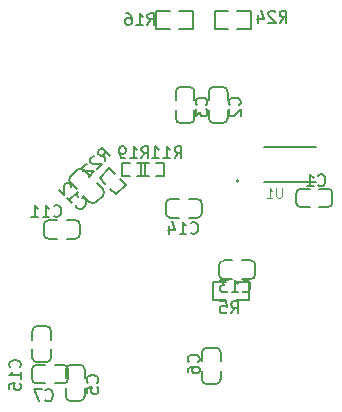
<source format=gbr>
%TF.GenerationSoftware,KiCad,Pcbnew,(5.1.8)-1*%
%TF.CreationDate,2021-05-09T22:57:12+08:00*%
%TF.ProjectId,ccd_with_stm32,6363645f-7769-4746-985f-73746d33322e,rev?*%
%TF.SameCoordinates,Original*%
%TF.FileFunction,Legend,Bot*%
%TF.FilePolarity,Positive*%
%FSLAX46Y46*%
G04 Gerber Fmt 4.6, Leading zero omitted, Abs format (unit mm)*
G04 Created by KiCad (PCBNEW (5.1.8)-1) date 2021-05-09 22:57:12*
%MOMM*%
%LPD*%
G01*
G04 APERTURE LIST*
%ADD10C,0.200000*%
%ADD11C,0.127000*%
%ADD12C,0.150000*%
%ADD13C,0.015000*%
G04 APERTURE END LIST*
D10*
%TO.C,R24*%
X143970000Y-86360000D02*
X145105000Y-86360000D01*
X142035000Y-86360000D02*
X143170000Y-86360000D01*
X143970000Y-87940000D02*
X145105000Y-87940000D01*
X142035000Y-86360000D02*
X142035000Y-87940000D01*
X145105000Y-86360000D02*
X145105000Y-87940000D01*
X142035000Y-87940000D02*
X143170000Y-87940000D01*
%TO.C,R16*%
X139050000Y-86370000D02*
X140185000Y-86370000D01*
X137115000Y-86370000D02*
X138250000Y-86370000D01*
X139050000Y-87950000D02*
X140185000Y-87950000D01*
X137115000Y-86370000D02*
X137115000Y-87950000D01*
X140185000Y-86370000D02*
X140185000Y-87950000D01*
X137115000Y-87950000D02*
X138250000Y-87950000D01*
%TO.C,U1*%
X144060000Y-100785000D02*
G75*
G03*
X144060000Y-100785000I-100000J0D01*
G01*
D11*
X146200000Y-100900000D02*
X150600000Y-100900000D01*
X146200000Y-97900000D02*
X150600000Y-97900000D01*
D10*
%TO.C,R22*%
X133117157Y-99703984D02*
X132303984Y-100517157D01*
X134496016Y-101082843D02*
X133682843Y-101896016D01*
X132303984Y-100517157D02*
X132781282Y-100994454D01*
X133205546Y-101418718D02*
X133682843Y-101896016D01*
X133117157Y-99703984D02*
X133594454Y-100181282D01*
X134018718Y-100605546D02*
X134496016Y-101082843D01*
%TO.C,R19*%
X134225000Y-99225000D02*
X134225000Y-100375000D01*
X136175000Y-99225000D02*
X136175000Y-100375000D01*
X134225000Y-100375000D02*
X134900000Y-100375000D01*
X135500000Y-100375000D02*
X136175000Y-100375000D01*
X134225000Y-99225000D02*
X134900000Y-99225000D01*
X135500000Y-99225000D02*
X136175000Y-99225000D01*
%TO.C,R11*%
X137750000Y-100375000D02*
X137750000Y-99225000D01*
X135800000Y-100375000D02*
X135800000Y-99225000D01*
X137750000Y-99225000D02*
X137075000Y-99225000D01*
X136475000Y-99225000D02*
X135800000Y-99225000D01*
X137750000Y-100375000D02*
X137075000Y-100375000D01*
X136475000Y-100375000D02*
X135800000Y-100375000D01*
%TO.C,R5*%
X143820000Y-109290000D02*
X144955000Y-109290000D01*
X141885000Y-109290000D02*
X143020000Y-109290000D01*
X143820000Y-110870000D02*
X144955000Y-110870000D01*
X141885000Y-109290000D02*
X141885000Y-110870000D01*
X144955000Y-109290000D02*
X144955000Y-110870000D01*
X141885000Y-110870000D02*
X143020000Y-110870000D01*
%TO.C,C15*%
X128190000Y-113465000D02*
G75*
G03*
X127790000Y-113065000I-400000J0D01*
G01*
X127010000Y-113065000D02*
G75*
G03*
X126610000Y-113465000I0J-400000D01*
G01*
X126610000Y-115735000D02*
G75*
G03*
X127010000Y-116135000I400000J0D01*
G01*
X127790000Y-116135000D02*
G75*
G03*
X128190000Y-115735000I0J400000D01*
G01*
X126610000Y-115735000D02*
X126610000Y-115000000D01*
X126610000Y-114200000D02*
X126610000Y-113465000D01*
X128190000Y-114200000D02*
X128190000Y-113465000D01*
X127010000Y-116135000D02*
X127790000Y-116135000D01*
X127010000Y-113065000D02*
X127790000Y-113065000D01*
X128190000Y-115735000D02*
X128190000Y-115000000D01*
%TO.C,C14*%
X140565000Y-103880000D02*
G75*
G03*
X140965000Y-103480000I0J400000D01*
G01*
X140965000Y-102700000D02*
G75*
G03*
X140565000Y-102300000I-400000J0D01*
G01*
X138295000Y-102300000D02*
G75*
G03*
X137895000Y-102700000I0J-400000D01*
G01*
X137895000Y-103480000D02*
G75*
G03*
X138295000Y-103880000I400000J0D01*
G01*
X138295000Y-102300000D02*
X139030000Y-102300000D01*
X139830000Y-102300000D02*
X140565000Y-102300000D01*
X139830000Y-103880000D02*
X140565000Y-103880000D01*
X137895000Y-102700000D02*
X137895000Y-103480000D01*
X140965000Y-102700000D02*
X140965000Y-103480000D01*
X138295000Y-103880000D02*
X139030000Y-103880000D01*
%TO.C,C13*%
X145085000Y-109090000D02*
G75*
G03*
X145485000Y-108690000I0J400000D01*
G01*
X145485000Y-107910000D02*
G75*
G03*
X145085000Y-107510000I-400000J0D01*
G01*
X142815000Y-107510000D02*
G75*
G03*
X142415000Y-107910000I0J-400000D01*
G01*
X142415000Y-108690000D02*
G75*
G03*
X142815000Y-109090000I400000J0D01*
G01*
X142815000Y-107510000D02*
X143550000Y-107510000D01*
X144350000Y-107510000D02*
X145085000Y-107510000D01*
X144350000Y-109090000D02*
X145085000Y-109090000D01*
X142415000Y-107910000D02*
X142415000Y-108690000D01*
X145485000Y-107910000D02*
X145485000Y-108690000D01*
X142815000Y-109090000D02*
X143550000Y-109090000D01*
%TO.C,C12*%
X131443952Y-102561180D02*
G75*
G03*
X132009637Y-102561181I282843J282842D01*
G01*
X132561181Y-102009638D02*
G75*
G03*
X132561181Y-101443952I-282843J282843D01*
G01*
X130956048Y-99838820D02*
G75*
G03*
X130390363Y-99838819I-282843J-282842D01*
G01*
X129838819Y-100390362D02*
G75*
G03*
X129838819Y-100956048I282843J-282843D01*
G01*
X130956048Y-99838819D02*
X131475772Y-100358543D01*
X132041457Y-100924228D02*
X132561181Y-101443952D01*
X130924228Y-102041457D02*
X131443952Y-102561181D01*
X130390363Y-99838819D02*
X129838819Y-100390363D01*
X132561181Y-102009637D02*
X132009637Y-102561181D01*
X129838819Y-100956048D02*
X130358543Y-101475772D01*
%TO.C,C11*%
X127975000Y-104090000D02*
G75*
G03*
X127575000Y-104490000I0J-400000D01*
G01*
X127575000Y-105270000D02*
G75*
G03*
X127975000Y-105670000I400000J0D01*
G01*
X130245000Y-105670000D02*
G75*
G03*
X130645000Y-105270000I0J400000D01*
G01*
X130645000Y-104490000D02*
G75*
G03*
X130245000Y-104090000I-400000J0D01*
G01*
X130245000Y-105670000D02*
X129510000Y-105670000D01*
X128710000Y-105670000D02*
X127975000Y-105670000D01*
X128710000Y-104090000D02*
X127975000Y-104090000D01*
X130645000Y-105270000D02*
X130645000Y-104490000D01*
X127575000Y-105270000D02*
X127575000Y-104490000D01*
X130245000Y-104090000D02*
X129510000Y-104090000D01*
%TO.C,C7*%
X126965000Y-116340000D02*
G75*
G03*
X126565000Y-116740000I0J-400000D01*
G01*
X126565000Y-117520000D02*
G75*
G03*
X126965000Y-117920000I400000J0D01*
G01*
X129235000Y-117920000D02*
G75*
G03*
X129635000Y-117520000I0J400000D01*
G01*
X129635000Y-116740000D02*
G75*
G03*
X129235000Y-116340000I-400000J0D01*
G01*
X129235000Y-117920000D02*
X128500000Y-117920000D01*
X127700000Y-117920000D02*
X126965000Y-117920000D01*
X127700000Y-116340000D02*
X126965000Y-116340000D01*
X129635000Y-117520000D02*
X129635000Y-116740000D01*
X126565000Y-117520000D02*
X126565000Y-116740000D01*
X129235000Y-116340000D02*
X128500000Y-116340000D01*
%TO.C,C6*%
X140960000Y-117565000D02*
G75*
G03*
X141360000Y-117965000I400000J0D01*
G01*
X142140000Y-117965000D02*
G75*
G03*
X142540000Y-117565000I0J400000D01*
G01*
X142540000Y-115295000D02*
G75*
G03*
X142140000Y-114895000I-400000J0D01*
G01*
X141360000Y-114895000D02*
G75*
G03*
X140960000Y-115295000I0J-400000D01*
G01*
X142540000Y-115295000D02*
X142540000Y-116030000D01*
X142540000Y-116830000D02*
X142540000Y-117565000D01*
X140960000Y-116830000D02*
X140960000Y-117565000D01*
X142140000Y-114895000D02*
X141360000Y-114895000D01*
X142140000Y-117965000D02*
X141360000Y-117965000D01*
X140960000Y-115295000D02*
X140960000Y-116030000D01*
%TO.C,C5*%
X129450000Y-119005000D02*
G75*
G03*
X129850000Y-119405000I400000J0D01*
G01*
X130630000Y-119405000D02*
G75*
G03*
X131030000Y-119005000I0J400000D01*
G01*
X131030000Y-116735000D02*
G75*
G03*
X130630000Y-116335000I-400000J0D01*
G01*
X129850000Y-116335000D02*
G75*
G03*
X129450000Y-116735000I0J-400000D01*
G01*
X131030000Y-116735000D02*
X131030000Y-117470000D01*
X131030000Y-118270000D02*
X131030000Y-119005000D01*
X129450000Y-118270000D02*
X129450000Y-119005000D01*
X130630000Y-116335000D02*
X129850000Y-116335000D01*
X130630000Y-119405000D02*
X129850000Y-119405000D01*
X129450000Y-116735000D02*
X129450000Y-117470000D01*
%TO.C,C3*%
X140330000Y-93215000D02*
G75*
G03*
X139930000Y-92815000I-400000J0D01*
G01*
X139150000Y-92815000D02*
G75*
G03*
X138750000Y-93215000I0J-400000D01*
G01*
X138750000Y-95485000D02*
G75*
G03*
X139150000Y-95885000I400000J0D01*
G01*
X139930000Y-95885000D02*
G75*
G03*
X140330000Y-95485000I0J400000D01*
G01*
X138750000Y-95485000D02*
X138750000Y-94750000D01*
X138750000Y-93950000D02*
X138750000Y-93215000D01*
X140330000Y-93950000D02*
X140330000Y-93215000D01*
X139150000Y-95885000D02*
X139930000Y-95885000D01*
X139150000Y-92815000D02*
X139930000Y-92815000D01*
X140330000Y-95485000D02*
X140330000Y-94750000D01*
%TO.C,C2*%
X143130000Y-93215000D02*
G75*
G03*
X142730000Y-92815000I-400000J0D01*
G01*
X141950000Y-92815000D02*
G75*
G03*
X141550000Y-93215000I0J-400000D01*
G01*
X141550000Y-95485000D02*
G75*
G03*
X141950000Y-95885000I400000J0D01*
G01*
X142730000Y-95885000D02*
G75*
G03*
X143130000Y-95485000I0J400000D01*
G01*
X141550000Y-95485000D02*
X141550000Y-94750000D01*
X141550000Y-93950000D02*
X141550000Y-93215000D01*
X143130000Y-93950000D02*
X143130000Y-93215000D01*
X141950000Y-95885000D02*
X142730000Y-95885000D01*
X141950000Y-92815000D02*
X142730000Y-92815000D01*
X143130000Y-95485000D02*
X143130000Y-94750000D01*
%TO.C,C1*%
X149345000Y-101420000D02*
G75*
G03*
X148945000Y-101820000I0J-400000D01*
G01*
X148945000Y-102600000D02*
G75*
G03*
X149345000Y-103000000I400000J0D01*
G01*
X151615000Y-103000000D02*
G75*
G03*
X152015000Y-102600000I0J400000D01*
G01*
X152015000Y-101820000D02*
G75*
G03*
X151615000Y-101420000I-400000J0D01*
G01*
X151615000Y-103000000D02*
X150880000Y-103000000D01*
X150080000Y-103000000D02*
X149345000Y-103000000D01*
X150080000Y-101420000D02*
X149345000Y-101420000D01*
X152015000Y-102600000D02*
X152015000Y-101820000D01*
X148945000Y-102600000D02*
X148945000Y-101820000D01*
X151615000Y-101420000D02*
X150880000Y-101420000D01*
%TO.C,R24*%
D12*
X147552857Y-87362380D02*
X147886190Y-86886190D01*
X148124285Y-87362380D02*
X148124285Y-86362380D01*
X147743333Y-86362380D01*
X147648095Y-86410000D01*
X147600476Y-86457619D01*
X147552857Y-86552857D01*
X147552857Y-86695714D01*
X147600476Y-86790952D01*
X147648095Y-86838571D01*
X147743333Y-86886190D01*
X148124285Y-86886190D01*
X147171904Y-86457619D02*
X147124285Y-86410000D01*
X147029047Y-86362380D01*
X146790952Y-86362380D01*
X146695714Y-86410000D01*
X146648095Y-86457619D01*
X146600476Y-86552857D01*
X146600476Y-86648095D01*
X146648095Y-86790952D01*
X147219523Y-87362380D01*
X146600476Y-87362380D01*
X145743333Y-86695714D02*
X145743333Y-87362380D01*
X145981428Y-86314761D02*
X146219523Y-87029047D01*
X145600476Y-87029047D01*
%TO.C,R16*%
X136352857Y-87572380D02*
X136686190Y-87096190D01*
X136924285Y-87572380D02*
X136924285Y-86572380D01*
X136543333Y-86572380D01*
X136448095Y-86620000D01*
X136400476Y-86667619D01*
X136352857Y-86762857D01*
X136352857Y-86905714D01*
X136400476Y-87000952D01*
X136448095Y-87048571D01*
X136543333Y-87096190D01*
X136924285Y-87096190D01*
X135400476Y-87572380D02*
X135971904Y-87572380D01*
X135686190Y-87572380D02*
X135686190Y-86572380D01*
X135781428Y-86715238D01*
X135876666Y-86810476D01*
X135971904Y-86858095D01*
X134543333Y-86572380D02*
X134733809Y-86572380D01*
X134829047Y-86620000D01*
X134876666Y-86667619D01*
X134971904Y-86810476D01*
X135019523Y-87000952D01*
X135019523Y-87381904D01*
X134971904Y-87477142D01*
X134924285Y-87524761D01*
X134829047Y-87572380D01*
X134638571Y-87572380D01*
X134543333Y-87524761D01*
X134495714Y-87477142D01*
X134448095Y-87381904D01*
X134448095Y-87143809D01*
X134495714Y-87048571D01*
X134543333Y-87000952D01*
X134638571Y-86953333D01*
X134829047Y-86953333D01*
X134924285Y-87000952D01*
X134971904Y-87048571D01*
X135019523Y-87143809D01*
%TO.C,U1*%
D13*
X147729523Y-101396904D02*
X147729523Y-102044523D01*
X147691428Y-102120714D01*
X147653333Y-102158809D01*
X147577142Y-102196904D01*
X147424761Y-102196904D01*
X147348571Y-102158809D01*
X147310476Y-102120714D01*
X147272380Y-102044523D01*
X147272380Y-101396904D01*
X146472380Y-102196904D02*
X146929523Y-102196904D01*
X146700952Y-102196904D02*
X146700952Y-101396904D01*
X146777142Y-101511190D01*
X146853333Y-101587380D01*
X146929523Y-101625476D01*
%TO.C,R22*%
D12*
X132774450Y-99065312D02*
X132673435Y-98492893D01*
X133178511Y-98661251D02*
X132471404Y-97954145D01*
X132202030Y-98223519D01*
X132168358Y-98324534D01*
X132168358Y-98391877D01*
X132202030Y-98492893D01*
X132303045Y-98593908D01*
X132404061Y-98627580D01*
X132471404Y-98627580D01*
X132572419Y-98593908D01*
X132841793Y-98324534D01*
X131865312Y-98694923D02*
X131797969Y-98694923D01*
X131696954Y-98728595D01*
X131528595Y-98896954D01*
X131494923Y-98997969D01*
X131494923Y-99065312D01*
X131528595Y-99166328D01*
X131595938Y-99233671D01*
X131730625Y-99301015D01*
X132538748Y-99301015D01*
X132101015Y-99738748D01*
X131191877Y-99368358D02*
X131124534Y-99368358D01*
X131023519Y-99402030D01*
X130855160Y-99570389D01*
X130821488Y-99671404D01*
X130821488Y-99738748D01*
X130855160Y-99839763D01*
X130922503Y-99907106D01*
X131057190Y-99974450D01*
X131865312Y-99974450D01*
X131427580Y-100412183D01*
%TO.C,R19*%
X135842857Y-98852380D02*
X136176190Y-98376190D01*
X136414285Y-98852380D02*
X136414285Y-97852380D01*
X136033333Y-97852380D01*
X135938095Y-97900000D01*
X135890476Y-97947619D01*
X135842857Y-98042857D01*
X135842857Y-98185714D01*
X135890476Y-98280952D01*
X135938095Y-98328571D01*
X136033333Y-98376190D01*
X136414285Y-98376190D01*
X134890476Y-98852380D02*
X135461904Y-98852380D01*
X135176190Y-98852380D02*
X135176190Y-97852380D01*
X135271428Y-97995238D01*
X135366666Y-98090476D01*
X135461904Y-98138095D01*
X134414285Y-98852380D02*
X134223809Y-98852380D01*
X134128571Y-98804761D01*
X134080952Y-98757142D01*
X133985714Y-98614285D01*
X133938095Y-98423809D01*
X133938095Y-98042857D01*
X133985714Y-97947619D01*
X134033333Y-97900000D01*
X134128571Y-97852380D01*
X134319047Y-97852380D01*
X134414285Y-97900000D01*
X134461904Y-97947619D01*
X134509523Y-98042857D01*
X134509523Y-98280952D01*
X134461904Y-98376190D01*
X134414285Y-98423809D01*
X134319047Y-98471428D01*
X134128571Y-98471428D01*
X134033333Y-98423809D01*
X133985714Y-98376190D01*
X133938095Y-98280952D01*
%TO.C,R11*%
X138642857Y-98852380D02*
X138976190Y-98376190D01*
X139214285Y-98852380D02*
X139214285Y-97852380D01*
X138833333Y-97852380D01*
X138738095Y-97900000D01*
X138690476Y-97947619D01*
X138642857Y-98042857D01*
X138642857Y-98185714D01*
X138690476Y-98280952D01*
X138738095Y-98328571D01*
X138833333Y-98376190D01*
X139214285Y-98376190D01*
X137690476Y-98852380D02*
X138261904Y-98852380D01*
X137976190Y-98852380D02*
X137976190Y-97852380D01*
X138071428Y-97995238D01*
X138166666Y-98090476D01*
X138261904Y-98138095D01*
X136738095Y-98852380D02*
X137309523Y-98852380D01*
X137023809Y-98852380D02*
X137023809Y-97852380D01*
X137119047Y-97995238D01*
X137214285Y-98090476D01*
X137309523Y-98138095D01*
%TO.C,R5*%
X143428047Y-111971656D02*
X143761381Y-111495466D01*
X143999476Y-111971656D02*
X143999476Y-110971656D01*
X143618523Y-110971656D01*
X143523285Y-111019276D01*
X143475666Y-111066895D01*
X143428047Y-111162133D01*
X143428047Y-111304990D01*
X143475666Y-111400228D01*
X143523285Y-111447847D01*
X143618523Y-111495466D01*
X143999476Y-111495466D01*
X142523285Y-110971656D02*
X142999476Y-110971656D01*
X143047095Y-111447847D01*
X142999476Y-111400228D01*
X142904238Y-111352609D01*
X142666142Y-111352609D01*
X142570904Y-111400228D01*
X142523285Y-111447847D01*
X142475666Y-111543085D01*
X142475666Y-111781180D01*
X142523285Y-111876418D01*
X142570904Y-111924037D01*
X142666142Y-111971656D01*
X142904238Y-111971656D01*
X142999476Y-111924037D01*
X143047095Y-111876418D01*
%TO.C,C15*%
X125537142Y-116567142D02*
X125584761Y-116519523D01*
X125632380Y-116376666D01*
X125632380Y-116281428D01*
X125584761Y-116138571D01*
X125489523Y-116043333D01*
X125394285Y-115995714D01*
X125203809Y-115948095D01*
X125060952Y-115948095D01*
X124870476Y-115995714D01*
X124775238Y-116043333D01*
X124680000Y-116138571D01*
X124632380Y-116281428D01*
X124632380Y-116376666D01*
X124680000Y-116519523D01*
X124727619Y-116567142D01*
X125632380Y-117519523D02*
X125632380Y-116948095D01*
X125632380Y-117233809D02*
X124632380Y-117233809D01*
X124775238Y-117138571D01*
X124870476Y-117043333D01*
X124918095Y-116948095D01*
X124632380Y-118424285D02*
X124632380Y-117948095D01*
X125108571Y-117900476D01*
X125060952Y-117948095D01*
X125013333Y-118043333D01*
X125013333Y-118281428D01*
X125060952Y-118376666D01*
X125108571Y-118424285D01*
X125203809Y-118471904D01*
X125441904Y-118471904D01*
X125537142Y-118424285D01*
X125584761Y-118376666D01*
X125632380Y-118281428D01*
X125632380Y-118043333D01*
X125584761Y-117948095D01*
X125537142Y-117900476D01*
%TO.C,C14*%
X140022857Y-105157142D02*
X140070476Y-105204761D01*
X140213333Y-105252380D01*
X140308571Y-105252380D01*
X140451428Y-105204761D01*
X140546666Y-105109523D01*
X140594285Y-105014285D01*
X140641904Y-104823809D01*
X140641904Y-104680952D01*
X140594285Y-104490476D01*
X140546666Y-104395238D01*
X140451428Y-104300000D01*
X140308571Y-104252380D01*
X140213333Y-104252380D01*
X140070476Y-104300000D01*
X140022857Y-104347619D01*
X139070476Y-105252380D02*
X139641904Y-105252380D01*
X139356190Y-105252380D02*
X139356190Y-104252380D01*
X139451428Y-104395238D01*
X139546666Y-104490476D01*
X139641904Y-104538095D01*
X138213333Y-104585714D02*
X138213333Y-105252380D01*
X138451428Y-104204761D02*
X138689523Y-104919047D01*
X138070476Y-104919047D01*
%TO.C,C13*%
X144434238Y-110096418D02*
X144481857Y-110144037D01*
X144624714Y-110191656D01*
X144719952Y-110191656D01*
X144862809Y-110144037D01*
X144958047Y-110048799D01*
X145005666Y-109953561D01*
X145053285Y-109763085D01*
X145053285Y-109620228D01*
X145005666Y-109429752D01*
X144958047Y-109334514D01*
X144862809Y-109239276D01*
X144719952Y-109191656D01*
X144624714Y-109191656D01*
X144481857Y-109239276D01*
X144434238Y-109286895D01*
X143481857Y-110191656D02*
X144053285Y-110191656D01*
X143767571Y-110191656D02*
X143767571Y-109191656D01*
X143862809Y-109334514D01*
X143958047Y-109429752D01*
X144053285Y-109477371D01*
X143148523Y-109191656D02*
X142529476Y-109191656D01*
X142862809Y-109572609D01*
X142719952Y-109572609D01*
X142624714Y-109620228D01*
X142577095Y-109667847D01*
X142529476Y-109763085D01*
X142529476Y-110001180D01*
X142577095Y-110096418D01*
X142624714Y-110144037D01*
X142719952Y-110191656D01*
X143005666Y-110191656D01*
X143100904Y-110144037D01*
X143148523Y-110096418D01*
%TO.C,C12*%
X130272148Y-102812667D02*
X130272148Y-102880011D01*
X130339492Y-103014698D01*
X130406835Y-103082041D01*
X130541522Y-103149385D01*
X130676209Y-103149385D01*
X130777224Y-103115713D01*
X130945583Y-103014698D01*
X131046598Y-102913683D01*
X131147614Y-102745324D01*
X131181285Y-102644309D01*
X131181285Y-102509622D01*
X131113942Y-102374935D01*
X131046598Y-102307591D01*
X130911911Y-102240248D01*
X130844568Y-102240248D01*
X129531369Y-102206576D02*
X129935430Y-102610637D01*
X129733400Y-102408606D02*
X130440507Y-101701499D01*
X130406835Y-101869858D01*
X130406835Y-102004545D01*
X130440507Y-102105561D01*
X129901759Y-101297438D02*
X129901759Y-101230095D01*
X129868087Y-101129080D01*
X129699728Y-100960721D01*
X129598713Y-100927049D01*
X129531369Y-100927049D01*
X129430354Y-100960721D01*
X129363011Y-101028064D01*
X129295667Y-101162751D01*
X129295667Y-101970873D01*
X128857934Y-101533141D01*
%TO.C,C11*%
X128422857Y-103737142D02*
X128470476Y-103784761D01*
X128613333Y-103832380D01*
X128708571Y-103832380D01*
X128851428Y-103784761D01*
X128946666Y-103689523D01*
X128994285Y-103594285D01*
X129041904Y-103403809D01*
X129041904Y-103260952D01*
X128994285Y-103070476D01*
X128946666Y-102975238D01*
X128851428Y-102880000D01*
X128708571Y-102832380D01*
X128613333Y-102832380D01*
X128470476Y-102880000D01*
X128422857Y-102927619D01*
X127470476Y-103832380D02*
X128041904Y-103832380D01*
X127756190Y-103832380D02*
X127756190Y-102832380D01*
X127851428Y-102975238D01*
X127946666Y-103070476D01*
X128041904Y-103118095D01*
X126518095Y-103832380D02*
X127089523Y-103832380D01*
X126803809Y-103832380D02*
X126803809Y-102832380D01*
X126899047Y-102975238D01*
X126994285Y-103070476D01*
X127089523Y-103118095D01*
%TO.C,C7*%
X127716666Y-119317142D02*
X127764285Y-119364761D01*
X127907142Y-119412380D01*
X128002380Y-119412380D01*
X128145238Y-119364761D01*
X128240476Y-119269523D01*
X128288095Y-119174285D01*
X128335714Y-118983809D01*
X128335714Y-118840952D01*
X128288095Y-118650476D01*
X128240476Y-118555238D01*
X128145238Y-118460000D01*
X128002380Y-118412380D01*
X127907142Y-118412380D01*
X127764285Y-118460000D01*
X127716666Y-118507619D01*
X127383333Y-118412380D02*
X126716666Y-118412380D01*
X127145238Y-119412380D01*
%TO.C,C6*%
X140667866Y-116104714D02*
X140715485Y-116057095D01*
X140763104Y-115914238D01*
X140763104Y-115819000D01*
X140715485Y-115676142D01*
X140620247Y-115580904D01*
X140525009Y-115533285D01*
X140334533Y-115485666D01*
X140191676Y-115485666D01*
X140001200Y-115533285D01*
X139905962Y-115580904D01*
X139810724Y-115676142D01*
X139763104Y-115819000D01*
X139763104Y-115914238D01*
X139810724Y-116057095D01*
X139858343Y-116104714D01*
X139763104Y-116961857D02*
X139763104Y-116771381D01*
X139810724Y-116676142D01*
X139858343Y-116628523D01*
X140001200Y-116533285D01*
X140191676Y-116485666D01*
X140572628Y-116485666D01*
X140667866Y-116533285D01*
X140715485Y-116580904D01*
X140763104Y-116676142D01*
X140763104Y-116866619D01*
X140715485Y-116961857D01*
X140667866Y-117009476D01*
X140572628Y-117057095D01*
X140334533Y-117057095D01*
X140239295Y-117009476D01*
X140191676Y-116961857D01*
X140144057Y-116866619D01*
X140144057Y-116676142D01*
X140191676Y-116580904D01*
X140239295Y-116533285D01*
X140334533Y-116485666D01*
%TO.C,C5*%
X132107142Y-117853333D02*
X132154761Y-117805714D01*
X132202380Y-117662857D01*
X132202380Y-117567619D01*
X132154761Y-117424761D01*
X132059523Y-117329523D01*
X131964285Y-117281904D01*
X131773809Y-117234285D01*
X131630952Y-117234285D01*
X131440476Y-117281904D01*
X131345238Y-117329523D01*
X131250000Y-117424761D01*
X131202380Y-117567619D01*
X131202380Y-117662857D01*
X131250000Y-117805714D01*
X131297619Y-117853333D01*
X131202380Y-118758095D02*
X131202380Y-118281904D01*
X131678571Y-118234285D01*
X131630952Y-118281904D01*
X131583333Y-118377142D01*
X131583333Y-118615238D01*
X131630952Y-118710476D01*
X131678571Y-118758095D01*
X131773809Y-118805714D01*
X132011904Y-118805714D01*
X132107142Y-118758095D01*
X132154761Y-118710476D01*
X132202380Y-118615238D01*
X132202380Y-118377142D01*
X132154761Y-118281904D01*
X132107142Y-118234285D01*
%TO.C,C3*%
X141336418Y-94341952D02*
X141384037Y-94294333D01*
X141431656Y-94151476D01*
X141431656Y-94056238D01*
X141384037Y-93913380D01*
X141288799Y-93818142D01*
X141193561Y-93770523D01*
X141003085Y-93722904D01*
X140860228Y-93722904D01*
X140669752Y-93770523D01*
X140574514Y-93818142D01*
X140479276Y-93913380D01*
X140431656Y-94056238D01*
X140431656Y-94151476D01*
X140479276Y-94294333D01*
X140526895Y-94341952D01*
X140431656Y-94675285D02*
X140431656Y-95294333D01*
X140812609Y-94960999D01*
X140812609Y-95103857D01*
X140860228Y-95199095D01*
X140907847Y-95246714D01*
X141003085Y-95294333D01*
X141241180Y-95294333D01*
X141336418Y-95246714D01*
X141384037Y-95199095D01*
X141431656Y-95103857D01*
X141431656Y-94818142D01*
X141384037Y-94722904D01*
X141336418Y-94675285D01*
%TO.C,C2*%
X144136418Y-94341952D02*
X144184037Y-94294333D01*
X144231656Y-94151476D01*
X144231656Y-94056238D01*
X144184037Y-93913380D01*
X144088799Y-93818142D01*
X143993561Y-93770523D01*
X143803085Y-93722904D01*
X143660228Y-93722904D01*
X143469752Y-93770523D01*
X143374514Y-93818142D01*
X143279276Y-93913380D01*
X143231656Y-94056238D01*
X143231656Y-94151476D01*
X143279276Y-94294333D01*
X143326895Y-94341952D01*
X143326895Y-94722904D02*
X143279276Y-94770523D01*
X143231656Y-94865761D01*
X143231656Y-95103857D01*
X143279276Y-95199095D01*
X143326895Y-95246714D01*
X143422133Y-95294333D01*
X143517371Y-95294333D01*
X143660228Y-95246714D01*
X144231656Y-94675285D01*
X144231656Y-95294333D01*
%TO.C,C1*%
X150805285Y-101127866D02*
X150852904Y-101175485D01*
X150995761Y-101223104D01*
X151090999Y-101223104D01*
X151233857Y-101175485D01*
X151329095Y-101080247D01*
X151376714Y-100985009D01*
X151424333Y-100794533D01*
X151424333Y-100651676D01*
X151376714Y-100461200D01*
X151329095Y-100365962D01*
X151233857Y-100270724D01*
X151090999Y-100223104D01*
X150995761Y-100223104D01*
X150852904Y-100270724D01*
X150805285Y-100318343D01*
X149852904Y-101223104D02*
X150424333Y-101223104D01*
X150138619Y-101223104D02*
X150138619Y-100223104D01*
X150233857Y-100365962D01*
X150329095Y-100461200D01*
X150424333Y-100508819D01*
%TD*%
M02*

</source>
